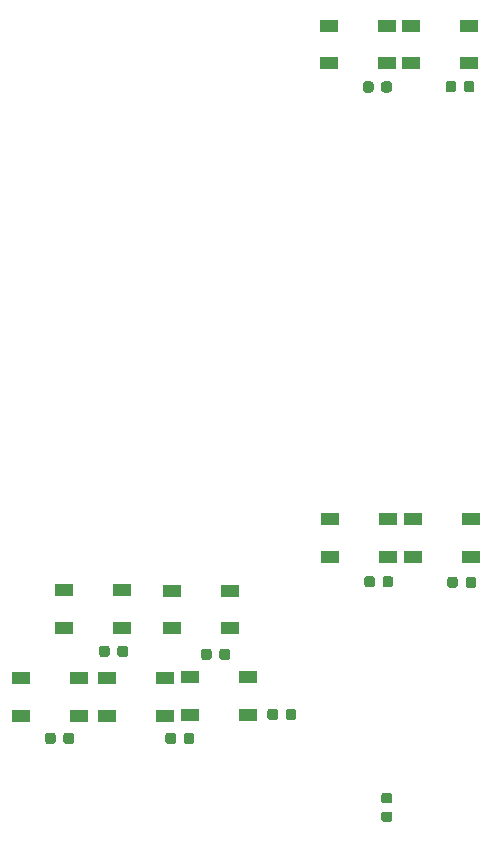
<source format=gbr>
%TF.GenerationSoftware,KiCad,Pcbnew,(5.1.10)-1*%
%TF.CreationDate,2021-11-16T18:42:01+11:00*%
%TF.ProjectId,GEN TIE PCB V2,47454e20-5449-4452-9050-43422056322e,rev?*%
%TF.SameCoordinates,Original*%
%TF.FileFunction,Paste,Top*%
%TF.FilePolarity,Positive*%
%FSLAX46Y46*%
G04 Gerber Fmt 4.6, Leading zero omitted, Abs format (unit mm)*
G04 Created by KiCad (PCBNEW (5.1.10)-1) date 2021-11-16 18:42:01*
%MOMM*%
%LPD*%
G01*
G04 APERTURE LIST*
%ADD10R,1.500000X1.000000*%
G04 APERTURE END LIST*
D10*
%TO.C,D8*%
X130482000Y-104648000D03*
X130482000Y-107848000D03*
X135382000Y-104648000D03*
X135382000Y-107848000D03*
%TD*%
%TO.C,D7*%
X123190000Y-104648000D03*
X123190000Y-107848000D03*
X128090000Y-104648000D03*
X128090000Y-107848000D03*
%TD*%
%TO.C,D6*%
X135980000Y-97206000D03*
X135980000Y-100406000D03*
X140880000Y-97206000D03*
X140880000Y-100406000D03*
%TD*%
%TO.C,C8*%
G36*
G01*
X136340000Y-109478000D02*
X136340000Y-109978000D01*
G75*
G02*
X136115000Y-110203000I-225000J0D01*
G01*
X135665000Y-110203000D01*
G75*
G02*
X135440000Y-109978000I0J225000D01*
G01*
X135440000Y-109478000D01*
G75*
G02*
X135665000Y-109253000I225000J0D01*
G01*
X136115000Y-109253000D01*
G75*
G02*
X136340000Y-109478000I0J-225000D01*
G01*
G37*
G36*
G01*
X137890000Y-109478000D02*
X137890000Y-109978000D01*
G75*
G02*
X137665000Y-110203000I-225000J0D01*
G01*
X137215000Y-110203000D01*
G75*
G02*
X136990000Y-109978000I0J225000D01*
G01*
X136990000Y-109478000D01*
G75*
G02*
X137215000Y-109253000I225000J0D01*
G01*
X137665000Y-109253000D01*
G75*
G02*
X137890000Y-109478000I0J-225000D01*
G01*
G37*
%TD*%
%TO.C,C1*%
G36*
G01*
X153717000Y-54824000D02*
X153717000Y-54324000D01*
G75*
G02*
X153942000Y-54099000I225000J0D01*
G01*
X154392000Y-54099000D01*
G75*
G02*
X154617000Y-54324000I0J-225000D01*
G01*
X154617000Y-54824000D01*
G75*
G02*
X154392000Y-55049000I-225000J0D01*
G01*
X153942000Y-55049000D01*
G75*
G02*
X153717000Y-54824000I0J225000D01*
G01*
G37*
G36*
G01*
X152167000Y-54824000D02*
X152167000Y-54324000D01*
G75*
G02*
X152392000Y-54099000I225000J0D01*
G01*
X152842000Y-54099000D01*
G75*
G02*
X153067000Y-54324000I0J-225000D01*
G01*
X153067000Y-54824000D01*
G75*
G02*
X152842000Y-55049000I-225000J0D01*
G01*
X152392000Y-55049000D01*
G75*
G02*
X152167000Y-54824000I0J225000D01*
G01*
G37*
%TD*%
%TO.C,C9*%
G36*
G01*
X144976000Y-107446000D02*
X144976000Y-107946000D01*
G75*
G02*
X144751000Y-108171000I-225000J0D01*
G01*
X144301000Y-108171000D01*
G75*
G02*
X144076000Y-107946000I0J225000D01*
G01*
X144076000Y-107446000D01*
G75*
G02*
X144301000Y-107221000I225000J0D01*
G01*
X144751000Y-107221000D01*
G75*
G02*
X144976000Y-107446000I0J-225000D01*
G01*
G37*
G36*
G01*
X146526000Y-107446000D02*
X146526000Y-107946000D01*
G75*
G02*
X146301000Y-108171000I-225000J0D01*
G01*
X145851000Y-108171000D01*
G75*
G02*
X145626000Y-107946000I0J225000D01*
G01*
X145626000Y-107446000D01*
G75*
G02*
X145851000Y-107221000I225000J0D01*
G01*
X146301000Y-107221000D01*
G75*
G02*
X146526000Y-107446000I0J-225000D01*
G01*
G37*
%TD*%
%TO.C,C7*%
G36*
G01*
X126804000Y-109978000D02*
X126804000Y-109478000D01*
G75*
G02*
X127029000Y-109253000I225000J0D01*
G01*
X127479000Y-109253000D01*
G75*
G02*
X127704000Y-109478000I0J-225000D01*
G01*
X127704000Y-109978000D01*
G75*
G02*
X127479000Y-110203000I-225000J0D01*
G01*
X127029000Y-110203000D01*
G75*
G02*
X126804000Y-109978000I0J225000D01*
G01*
G37*
G36*
G01*
X125254000Y-109978000D02*
X125254000Y-109478000D01*
G75*
G02*
X125479000Y-109253000I225000J0D01*
G01*
X125929000Y-109253000D01*
G75*
G02*
X126154000Y-109478000I0J-225000D01*
G01*
X126154000Y-109978000D01*
G75*
G02*
X125929000Y-110203000I-225000J0D01*
G01*
X125479000Y-110203000D01*
G75*
G02*
X125254000Y-109978000I0J225000D01*
G01*
G37*
%TD*%
%TO.C,C6*%
G36*
G01*
X140012000Y-102866000D02*
X140012000Y-102366000D01*
G75*
G02*
X140237000Y-102141000I225000J0D01*
G01*
X140687000Y-102141000D01*
G75*
G02*
X140912000Y-102366000I0J-225000D01*
G01*
X140912000Y-102866000D01*
G75*
G02*
X140687000Y-103091000I-225000J0D01*
G01*
X140237000Y-103091000D01*
G75*
G02*
X140012000Y-102866000I0J225000D01*
G01*
G37*
G36*
G01*
X138462000Y-102866000D02*
X138462000Y-102366000D01*
G75*
G02*
X138687000Y-102141000I225000J0D01*
G01*
X139137000Y-102141000D01*
G75*
G02*
X139362000Y-102366000I0J-225000D01*
G01*
X139362000Y-102866000D01*
G75*
G02*
X139137000Y-103091000I-225000J0D01*
G01*
X138687000Y-103091000D01*
G75*
G02*
X138462000Y-102866000I0J225000D01*
G01*
G37*
%TD*%
%TO.C,C5*%
G36*
G01*
X131376000Y-102612000D02*
X131376000Y-102112000D01*
G75*
G02*
X131601000Y-101887000I225000J0D01*
G01*
X132051000Y-101887000D01*
G75*
G02*
X132276000Y-102112000I0J-225000D01*
G01*
X132276000Y-102612000D01*
G75*
G02*
X132051000Y-102837000I-225000J0D01*
G01*
X131601000Y-102837000D01*
G75*
G02*
X131376000Y-102612000I0J225000D01*
G01*
G37*
G36*
G01*
X129826000Y-102612000D02*
X129826000Y-102112000D01*
G75*
G02*
X130051000Y-101887000I225000J0D01*
G01*
X130501000Y-101887000D01*
G75*
G02*
X130726000Y-102112000I0J-225000D01*
G01*
X130726000Y-102612000D01*
G75*
G02*
X130501000Y-102837000I-225000J0D01*
G01*
X130051000Y-102837000D01*
G75*
G02*
X129826000Y-102612000I0J225000D01*
G01*
G37*
%TD*%
%TO.C,C4*%
G36*
G01*
X160853000Y-96770000D02*
X160853000Y-96270000D01*
G75*
G02*
X161078000Y-96045000I225000J0D01*
G01*
X161528000Y-96045000D01*
G75*
G02*
X161753000Y-96270000I0J-225000D01*
G01*
X161753000Y-96770000D01*
G75*
G02*
X161528000Y-96995000I-225000J0D01*
G01*
X161078000Y-96995000D01*
G75*
G02*
X160853000Y-96770000I0J225000D01*
G01*
G37*
G36*
G01*
X159303000Y-96770000D02*
X159303000Y-96270000D01*
G75*
G02*
X159528000Y-96045000I225000J0D01*
G01*
X159978000Y-96045000D01*
G75*
G02*
X160203000Y-96270000I0J-225000D01*
G01*
X160203000Y-96770000D01*
G75*
G02*
X159978000Y-96995000I-225000J0D01*
G01*
X159528000Y-96995000D01*
G75*
G02*
X159303000Y-96770000I0J225000D01*
G01*
G37*
%TD*%
%TO.C,C3*%
G36*
G01*
X153827000Y-96714000D02*
X153827000Y-96214000D01*
G75*
G02*
X154052000Y-95989000I225000J0D01*
G01*
X154502000Y-95989000D01*
G75*
G02*
X154727000Y-96214000I0J-225000D01*
G01*
X154727000Y-96714000D01*
G75*
G02*
X154502000Y-96939000I-225000J0D01*
G01*
X154052000Y-96939000D01*
G75*
G02*
X153827000Y-96714000I0J225000D01*
G01*
G37*
G36*
G01*
X152277000Y-96714000D02*
X152277000Y-96214000D01*
G75*
G02*
X152502000Y-95989000I225000J0D01*
G01*
X152952000Y-95989000D01*
G75*
G02*
X153177000Y-96214000I0J-225000D01*
G01*
X153177000Y-96714000D01*
G75*
G02*
X152952000Y-96939000I-225000J0D01*
G01*
X152502000Y-96939000D01*
G75*
G02*
X152277000Y-96714000I0J225000D01*
G01*
G37*
%TD*%
%TO.C,C2*%
G36*
G01*
X160712000Y-54794000D02*
X160712000Y-54294000D01*
G75*
G02*
X160937000Y-54069000I225000J0D01*
G01*
X161387000Y-54069000D01*
G75*
G02*
X161612000Y-54294000I0J-225000D01*
G01*
X161612000Y-54794000D01*
G75*
G02*
X161387000Y-55019000I-225000J0D01*
G01*
X160937000Y-55019000D01*
G75*
G02*
X160712000Y-54794000I0J225000D01*
G01*
G37*
G36*
G01*
X159162000Y-54794000D02*
X159162000Y-54294000D01*
G75*
G02*
X159387000Y-54069000I225000J0D01*
G01*
X159837000Y-54069000D01*
G75*
G02*
X160062000Y-54294000I0J-225000D01*
G01*
X160062000Y-54794000D01*
G75*
G02*
X159837000Y-55019000I-225000J0D01*
G01*
X159387000Y-55019000D01*
G75*
G02*
X159162000Y-54794000I0J225000D01*
G01*
G37*
%TD*%
%TO.C,D5*%
X126862000Y-97184000D03*
X126862000Y-100384000D03*
X131762000Y-97184000D03*
X131762000Y-100384000D03*
%TD*%
%TO.C,D2*%
X156252000Y-49384000D03*
X156252000Y-52584000D03*
X161152000Y-49384000D03*
X161152000Y-52584000D03*
%TD*%
%TO.C,D4*%
X156422000Y-91144000D03*
X156422000Y-94344000D03*
X161322000Y-91144000D03*
X161322000Y-94344000D03*
%TD*%
%TO.C,D1*%
X149292000Y-49374000D03*
X149292000Y-52574000D03*
X154192000Y-49374000D03*
X154192000Y-52574000D03*
%TD*%
%TO.C,D9*%
X137512000Y-104564000D03*
X137512000Y-107764000D03*
X142412000Y-104564000D03*
X142412000Y-107764000D03*
%TD*%
%TO.C,D3*%
X149372000Y-91144000D03*
X149372000Y-94344000D03*
X154272000Y-91144000D03*
X154272000Y-94344000D03*
%TD*%
%TO.C,R1*%
G36*
G01*
X154434250Y-115220000D02*
X153921750Y-115220000D01*
G75*
G02*
X153703000Y-115001250I0J218750D01*
G01*
X153703000Y-114563750D01*
G75*
G02*
X153921750Y-114345000I218750J0D01*
G01*
X154434250Y-114345000D01*
G75*
G02*
X154653000Y-114563750I0J-218750D01*
G01*
X154653000Y-115001250D01*
G75*
G02*
X154434250Y-115220000I-218750J0D01*
G01*
G37*
G36*
G01*
X154434250Y-116795000D02*
X153921750Y-116795000D01*
G75*
G02*
X153703000Y-116576250I0J218750D01*
G01*
X153703000Y-116138750D01*
G75*
G02*
X153921750Y-115920000I218750J0D01*
G01*
X154434250Y-115920000D01*
G75*
G02*
X154653000Y-116138750I0J-218750D01*
G01*
X154653000Y-116576250D01*
G75*
G02*
X154434250Y-116795000I-218750J0D01*
G01*
G37*
%TD*%
M02*

</source>
